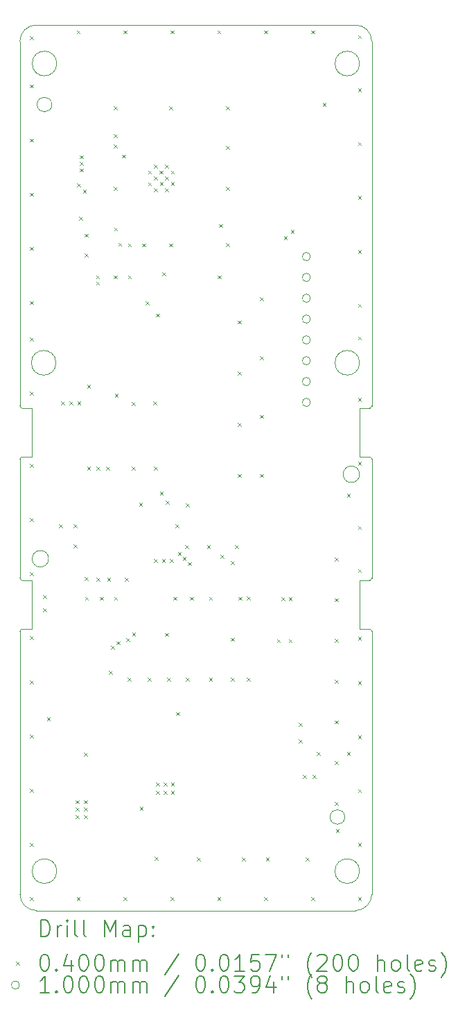
<source format=gbr>
%TF.GenerationSoftware,KiCad,Pcbnew,8.0.1*%
%TF.CreationDate,2024-04-14T23:13:40-04:00*%
%TF.ProjectId,Bird3Controller,42697264-3343-46f6-9e74-726f6c6c6572,rev?*%
%TF.SameCoordinates,Original*%
%TF.FileFunction,Drillmap*%
%TF.FilePolarity,Positive*%
%FSLAX45Y45*%
G04 Gerber Fmt 4.5, Leading zero omitted, Abs format (unit mm)*
G04 Created by KiCad (PCBNEW 8.0.1) date 2024-04-14 23:13:40*
%MOMM*%
%LPD*%
G01*
G04 APERTURE LIST*
%ADD10C,0.100000*%
%ADD11C,0.200000*%
G04 APERTURE END LIST*
D10*
X16050000Y-8845000D02*
X16050000Y-4400000D01*
X16490000Y-8320000D02*
G75*
G02*
X16190000Y-8320000I-150000J0D01*
G01*
X16190000Y-8320000D02*
G75*
G02*
X16490000Y-8320000I150000J0D01*
G01*
X20150000Y-4200000D02*
X16250000Y-4200000D01*
X20020000Y-13860000D02*
G75*
G02*
X19840000Y-13860000I-90000J0D01*
G01*
X19840000Y-13860000D02*
G75*
G02*
X20020000Y-13860000I90000J0D01*
G01*
X16050000Y-4400000D02*
G75*
G02*
X16250000Y-4200000I200000J0D01*
G01*
X16050000Y-14800000D02*
X16050000Y-11595000D01*
X20150000Y-4200000D02*
G75*
G02*
X20350000Y-4400000I0J-200000D01*
G01*
X20350000Y-11595000D02*
X20350000Y-14800000D01*
X20350000Y-4400000D02*
X20350000Y-8845000D01*
X20350000Y-14800000D02*
G75*
G02*
X20150000Y-15000000I-200000J0D01*
G01*
X16500000Y-14520000D02*
G75*
G02*
X16200000Y-14520000I-150000J0D01*
G01*
X16200000Y-14520000D02*
G75*
G02*
X16500000Y-14520000I150000J0D01*
G01*
X20150000Y-15000000D02*
X16250000Y-15000000D01*
X16440000Y-5170000D02*
G75*
G02*
X16260000Y-5170000I-90000J0D01*
G01*
X16260000Y-5170000D02*
G75*
G02*
X16440000Y-5170000I90000J0D01*
G01*
X16050000Y-10945000D02*
X16050000Y-9495000D01*
X16250000Y-15000000D02*
G75*
G02*
X16050000Y-14800000I0J200000D01*
G01*
X20200000Y-4670000D02*
G75*
G02*
X19900000Y-4670000I-150000J0D01*
G01*
X19900000Y-4670000D02*
G75*
G02*
X20200000Y-4670000I150000J0D01*
G01*
X20350000Y-9495000D02*
X20350000Y-10945000D01*
X20200000Y-14520000D02*
G75*
G02*
X19900000Y-14520000I-150000J0D01*
G01*
X19900000Y-14520000D02*
G75*
G02*
X20200000Y-14520000I150000J0D01*
G01*
X20200000Y-8320000D02*
G75*
G02*
X19900000Y-8320000I-150000J0D01*
G01*
X19900000Y-8320000D02*
G75*
G02*
X20200000Y-8320000I150000J0D01*
G01*
X16500000Y-4670000D02*
G75*
G02*
X16200000Y-4670000I-150000J0D01*
G01*
X16200000Y-4670000D02*
G75*
G02*
X16500000Y-4670000I150000J0D01*
G01*
X16075000Y-9470000D02*
X16200000Y-9470000D01*
X16075000Y-11570000D02*
X16200000Y-11570000D01*
X16200000Y-8870000D02*
X16075000Y-8870000D01*
X16200000Y-9470000D02*
X16200000Y-8870000D01*
X16200000Y-10970000D02*
X16075000Y-10970000D01*
X16200000Y-11570000D02*
X16200000Y-10970000D01*
X20200000Y-8870000D02*
X20200000Y-9470000D01*
X20200000Y-9470000D02*
X20325000Y-9470000D01*
X20200000Y-10970000D02*
X20200000Y-11570000D01*
X20200000Y-11570000D02*
X20325000Y-11570000D01*
X20325000Y-8870000D02*
X20200000Y-8870000D01*
X20325000Y-10970000D02*
X20200000Y-10970000D01*
X16050000Y-9495000D02*
G75*
G02*
X16075000Y-9470000I25000J0D01*
G01*
X16050000Y-11595000D02*
G75*
G02*
X16075000Y-11570000I25000J0D01*
G01*
X16075000Y-8870000D02*
G75*
G02*
X16050000Y-8845000I0J25000D01*
G01*
X16075000Y-10970000D02*
G75*
G02*
X16050000Y-10945000I0J25000D01*
G01*
X20325000Y-9470000D02*
G75*
G02*
X20350000Y-9495000I0J-25000D01*
G01*
X20325000Y-11570000D02*
G75*
G02*
X20350000Y-11595000I0J-25000D01*
G01*
X20350000Y-8845000D02*
G75*
G02*
X20325000Y-8870000I-25000J0D01*
G01*
X20350000Y-10945000D02*
G75*
G02*
X20325000Y-10970000I-25000J0D01*
G01*
X16400000Y-10710000D02*
G75*
G02*
X16200000Y-10710000I-100000J0D01*
G01*
X16200000Y-10710000D02*
G75*
G02*
X16400000Y-10710000I100000J0D01*
G01*
X20200000Y-9680000D02*
G75*
G02*
X20000000Y-9680000I-100000J0D01*
G01*
X20000000Y-9680000D02*
G75*
G02*
X20200000Y-9680000I100000J0D01*
G01*
D11*
D10*
X16170000Y-4335000D02*
X16210000Y-4375000D01*
X16210000Y-4335000D02*
X16170000Y-4375000D01*
X16170000Y-4925625D02*
X16210000Y-4965625D01*
X16210000Y-4925625D02*
X16170000Y-4965625D01*
X16170000Y-5586250D02*
X16210000Y-5626250D01*
X16210000Y-5586250D02*
X16170000Y-5626250D01*
X16170000Y-6246875D02*
X16210000Y-6286875D01*
X16210000Y-6246875D02*
X16170000Y-6286875D01*
X16170000Y-6907500D02*
X16210000Y-6947500D01*
X16210000Y-6907500D02*
X16170000Y-6947500D01*
X16170000Y-7568125D02*
X16210000Y-7608125D01*
X16210000Y-7568125D02*
X16170000Y-7608125D01*
X16170000Y-8014375D02*
X16210000Y-8054375D01*
X16210000Y-8014375D02*
X16170000Y-8054375D01*
X16170000Y-8675000D02*
X16210000Y-8715000D01*
X16210000Y-8675000D02*
X16170000Y-8715000D01*
X16170000Y-9550000D02*
X16210000Y-9590000D01*
X16210000Y-9550000D02*
X16170000Y-9590000D01*
X16170000Y-10210625D02*
X16210000Y-10250625D01*
X16210000Y-10210625D02*
X16170000Y-10250625D01*
X16170000Y-10871250D02*
X16210000Y-10911250D01*
X16210000Y-10871250D02*
X16170000Y-10911250D01*
X16170000Y-11655000D02*
X16210000Y-11695000D01*
X16210000Y-11655000D02*
X16170000Y-11695000D01*
X16170000Y-12192500D02*
X16210000Y-12232500D01*
X16210000Y-12192500D02*
X16170000Y-12232500D01*
X16170000Y-12853125D02*
X16210000Y-12893125D01*
X16210000Y-12853125D02*
X16170000Y-12893125D01*
X16170000Y-13513750D02*
X16210000Y-13553750D01*
X16210000Y-13513750D02*
X16170000Y-13553750D01*
X16170000Y-14174375D02*
X16210000Y-14214375D01*
X16210000Y-14174375D02*
X16170000Y-14214375D01*
X16170000Y-14835000D02*
X16210000Y-14875000D01*
X16210000Y-14835000D02*
X16170000Y-14875000D01*
X16335000Y-11150000D02*
X16375000Y-11190000D01*
X16375000Y-11150000D02*
X16335000Y-11190000D01*
X16335000Y-11315000D02*
X16375000Y-11355000D01*
X16375000Y-11315000D02*
X16335000Y-11355000D01*
X16380000Y-12645000D02*
X16420000Y-12685000D01*
X16420000Y-12645000D02*
X16380000Y-12685000D01*
X16530000Y-10290000D02*
X16570000Y-10330000D01*
X16570000Y-10290000D02*
X16530000Y-10330000D01*
X16550000Y-8790000D02*
X16590000Y-8830000D01*
X16590000Y-8790000D02*
X16550000Y-8830000D01*
X16651600Y-8790000D02*
X16691600Y-8830000D01*
X16691600Y-8790000D02*
X16651600Y-8830000D01*
X16705000Y-10290000D02*
X16745000Y-10330000D01*
X16745000Y-10290000D02*
X16705000Y-10330000D01*
X16705000Y-10535000D02*
X16745000Y-10575000D01*
X16745000Y-10535000D02*
X16705000Y-10575000D01*
X16730000Y-13655000D02*
X16770000Y-13695000D01*
X16770000Y-13655000D02*
X16730000Y-13695000D01*
X16730000Y-13745000D02*
X16770000Y-13785000D01*
X16770000Y-13745000D02*
X16730000Y-13785000D01*
X16730000Y-13835000D02*
X16770000Y-13875000D01*
X16770000Y-13835000D02*
X16730000Y-13875000D01*
X16742857Y-4265000D02*
X16782857Y-4305000D01*
X16782857Y-4265000D02*
X16742857Y-4305000D01*
X16742857Y-14835000D02*
X16782857Y-14875000D01*
X16782857Y-14835000D02*
X16742857Y-14875000D01*
X16748266Y-6134497D02*
X16788266Y-6174497D01*
X16788266Y-6134497D02*
X16748266Y-6174497D01*
X16752865Y-8788735D02*
X16792865Y-8828735D01*
X16792865Y-8788735D02*
X16752865Y-8828735D01*
X16772500Y-6540000D02*
X16812500Y-6580000D01*
X16812500Y-6540000D02*
X16772500Y-6580000D01*
X16780000Y-5790000D02*
X16820000Y-5830000D01*
X16820000Y-5790000D02*
X16780000Y-5830000D01*
X16780000Y-5870000D02*
X16820000Y-5910000D01*
X16820000Y-5870000D02*
X16780000Y-5910000D01*
X16780000Y-5950000D02*
X16820000Y-5990000D01*
X16820000Y-5950000D02*
X16780000Y-5990000D01*
X16820700Y-6210000D02*
X16860700Y-6250000D01*
X16860700Y-6210000D02*
X16820700Y-6250000D01*
X16830000Y-13655000D02*
X16870000Y-13695000D01*
X16870000Y-13655000D02*
X16830000Y-13695000D01*
X16830000Y-13745000D02*
X16870000Y-13785000D01*
X16870000Y-13745000D02*
X16830000Y-13785000D01*
X16830000Y-13835000D02*
X16870000Y-13875000D01*
X16870000Y-13835000D02*
X16830000Y-13875000D01*
X16835000Y-13075000D02*
X16875000Y-13115000D01*
X16875000Y-13075000D02*
X16835000Y-13115000D01*
X16840000Y-6745000D02*
X16880000Y-6785000D01*
X16880000Y-6745000D02*
X16840000Y-6785000D01*
X16840000Y-6985000D02*
X16880000Y-7025000D01*
X16880000Y-6985000D02*
X16840000Y-7025000D01*
X16840000Y-10935000D02*
X16880000Y-10975000D01*
X16880000Y-10935000D02*
X16840000Y-10975000D01*
X16845000Y-11175000D02*
X16885000Y-11215000D01*
X16885000Y-11175000D02*
X16845000Y-11215000D01*
X16870000Y-8590000D02*
X16910000Y-8630000D01*
X16910000Y-8590000D02*
X16870000Y-8630000D01*
X16870000Y-9585000D02*
X16910000Y-9625000D01*
X16910000Y-9585000D02*
X16870000Y-9625000D01*
X16980000Y-7255000D02*
X17020000Y-7295000D01*
X17020000Y-7255000D02*
X16980000Y-7295000D01*
X16980000Y-7330000D02*
X17020000Y-7370000D01*
X17020000Y-7330000D02*
X16980000Y-7370000D01*
X16985000Y-9585000D02*
X17025000Y-9625000D01*
X17025000Y-9585000D02*
X16985000Y-9625000D01*
X16985000Y-10940000D02*
X17025000Y-10980000D01*
X17025000Y-10940000D02*
X16985000Y-10980000D01*
X17025000Y-11175000D02*
X17065000Y-11215000D01*
X17065000Y-11175000D02*
X17025000Y-11215000D01*
X17105000Y-9585000D02*
X17145000Y-9625000D01*
X17145000Y-9585000D02*
X17105000Y-9625000D01*
X17115000Y-10940000D02*
X17155000Y-10980000D01*
X17155000Y-10940000D02*
X17115000Y-10980000D01*
X17135000Y-12075000D02*
X17175000Y-12115000D01*
X17175000Y-12075000D02*
X17135000Y-12115000D01*
X17165000Y-11770000D02*
X17205000Y-11810000D01*
X17205000Y-11770000D02*
X17165000Y-11810000D01*
X17195000Y-5195000D02*
X17235000Y-5235000D01*
X17235000Y-5195000D02*
X17195000Y-5235000D01*
X17195000Y-5530000D02*
X17235000Y-5570000D01*
X17235000Y-5530000D02*
X17195000Y-5570000D01*
X17195000Y-5655000D02*
X17235000Y-5695000D01*
X17235000Y-5655000D02*
X17195000Y-5695000D01*
X17195000Y-6175000D02*
X17235000Y-6215000D01*
X17235000Y-6175000D02*
X17195000Y-6215000D01*
X17195000Y-7255000D02*
X17235000Y-7295000D01*
X17235000Y-7255000D02*
X17195000Y-7295000D01*
X17200000Y-6670000D02*
X17240000Y-6710000D01*
X17240000Y-6670000D02*
X17200000Y-6710000D01*
X17200000Y-11175000D02*
X17240000Y-11215000D01*
X17240000Y-11175000D02*
X17200000Y-11215000D01*
X17210000Y-8696750D02*
X17250000Y-8736750D01*
X17250000Y-8696750D02*
X17210000Y-8736750D01*
X17230000Y-11715000D02*
X17270000Y-11755000D01*
X17270000Y-11715000D02*
X17230000Y-11755000D01*
X17251250Y-6855000D02*
X17291250Y-6895000D01*
X17291250Y-6855000D02*
X17251250Y-6895000D01*
X17295000Y-5780000D02*
X17335000Y-5820000D01*
X17335000Y-5780000D02*
X17295000Y-5820000D01*
X17315714Y-4265000D02*
X17355714Y-4305000D01*
X17355714Y-4265000D02*
X17315714Y-4305000D01*
X17315714Y-14835000D02*
X17355714Y-14875000D01*
X17355714Y-14835000D02*
X17315714Y-14875000D01*
X17330000Y-10940000D02*
X17370000Y-10980000D01*
X17370000Y-10940000D02*
X17330000Y-10980000D01*
X17350000Y-11680000D02*
X17390000Y-11720000D01*
X17390000Y-11680000D02*
X17350000Y-11720000D01*
X17365000Y-12160000D02*
X17405000Y-12200000D01*
X17405000Y-12160000D02*
X17365000Y-12200000D01*
X17370000Y-6865000D02*
X17410000Y-6905000D01*
X17410000Y-6865000D02*
X17370000Y-6905000D01*
X17370000Y-7255000D02*
X17410000Y-7295000D01*
X17410000Y-7255000D02*
X17370000Y-7295000D01*
X17415000Y-9585000D02*
X17455000Y-9625000D01*
X17455000Y-9585000D02*
X17415000Y-9625000D01*
X17418000Y-8797900D02*
X17458000Y-8837900D01*
X17458000Y-8797900D02*
X17418000Y-8837900D01*
X17420000Y-11610000D02*
X17460000Y-11650000D01*
X17460000Y-11610000D02*
X17420000Y-11650000D01*
X17505000Y-10025000D02*
X17545000Y-10065000D01*
X17545000Y-10025000D02*
X17505000Y-10065000D01*
X17515000Y-13735000D02*
X17555000Y-13775000D01*
X17555000Y-13735000D02*
X17515000Y-13775000D01*
X17545000Y-6865000D02*
X17585000Y-6905000D01*
X17585000Y-6865000D02*
X17545000Y-6905000D01*
X17587500Y-7572500D02*
X17627500Y-7612500D01*
X17627500Y-7572500D02*
X17587500Y-7612500D01*
X17610000Y-12160000D02*
X17650000Y-12200000D01*
X17650000Y-12160000D02*
X17610000Y-12200000D01*
X17615000Y-5975000D02*
X17655000Y-6015000D01*
X17655000Y-5975000D02*
X17615000Y-6015000D01*
X17615000Y-6120000D02*
X17655000Y-6160000D01*
X17655000Y-6120000D02*
X17615000Y-6160000D01*
X17680000Y-8793450D02*
X17720000Y-8833450D01*
X17720000Y-8793450D02*
X17680000Y-8833450D01*
X17685000Y-5905000D02*
X17725000Y-5945000D01*
X17725000Y-5905000D02*
X17685000Y-5945000D01*
X17685000Y-6045000D02*
X17725000Y-6085000D01*
X17725000Y-6045000D02*
X17685000Y-6085000D01*
X17685000Y-6190000D02*
X17725000Y-6230000D01*
X17725000Y-6190000D02*
X17685000Y-6230000D01*
X17685000Y-9585000D02*
X17725000Y-9625000D01*
X17725000Y-9585000D02*
X17685000Y-9625000D01*
X17690000Y-10715000D02*
X17730000Y-10755000D01*
X17730000Y-10715000D02*
X17690000Y-10755000D01*
X17695000Y-14345000D02*
X17735000Y-14385000D01*
X17735000Y-14345000D02*
X17695000Y-14385000D01*
X17715000Y-13440000D02*
X17755000Y-13480000D01*
X17755000Y-13440000D02*
X17715000Y-13480000D01*
X17715000Y-13540000D02*
X17755000Y-13580000D01*
X17755000Y-13540000D02*
X17715000Y-13580000D01*
X17715585Y-7719415D02*
X17755585Y-7759415D01*
X17755585Y-7719415D02*
X17715585Y-7759415D01*
X17755000Y-5975000D02*
X17795000Y-6015000D01*
X17795000Y-5975000D02*
X17755000Y-6015000D01*
X17759400Y-9890000D02*
X17799400Y-9930000D01*
X17799400Y-9890000D02*
X17759400Y-9930000D01*
X17760000Y-6115000D02*
X17800000Y-6155000D01*
X17800000Y-6115000D02*
X17760000Y-6155000D01*
X17785000Y-10715000D02*
X17825000Y-10755000D01*
X17825000Y-10715000D02*
X17785000Y-10755000D01*
X17787000Y-7215000D02*
X17827000Y-7255000D01*
X17827000Y-7215000D02*
X17787000Y-7255000D01*
X17805000Y-13440000D02*
X17845000Y-13480000D01*
X17845000Y-13440000D02*
X17805000Y-13480000D01*
X17805000Y-13540000D02*
X17845000Y-13580000D01*
X17845000Y-13540000D02*
X17805000Y-13580000D01*
X17825000Y-5905000D02*
X17865000Y-5945000D01*
X17865000Y-5905000D02*
X17825000Y-5945000D01*
X17825000Y-6045000D02*
X17865000Y-6085000D01*
X17865000Y-6045000D02*
X17825000Y-6085000D01*
X17825000Y-6190000D02*
X17865000Y-6230000D01*
X17865000Y-6190000D02*
X17825000Y-6230000D01*
X17825000Y-11615000D02*
X17865000Y-11655000D01*
X17865000Y-11615000D02*
X17825000Y-11655000D01*
X17831900Y-10000300D02*
X17871900Y-10040300D01*
X17871900Y-10000300D02*
X17831900Y-10040300D01*
X17850000Y-12160000D02*
X17890000Y-12200000D01*
X17890000Y-12160000D02*
X17850000Y-12200000D01*
X17875000Y-5195000D02*
X17915000Y-5235000D01*
X17915000Y-5195000D02*
X17875000Y-5235000D01*
X17875000Y-6865000D02*
X17915000Y-6905000D01*
X17915000Y-6865000D02*
X17875000Y-6905000D01*
X17880000Y-10715000D02*
X17920000Y-10755000D01*
X17920000Y-10715000D02*
X17880000Y-10755000D01*
X17888571Y-4265000D02*
X17928571Y-4305000D01*
X17928571Y-4265000D02*
X17888571Y-4305000D01*
X17888571Y-14835000D02*
X17928571Y-14875000D01*
X17928571Y-14835000D02*
X17888571Y-14875000D01*
X17895000Y-5975000D02*
X17935000Y-6015000D01*
X17935000Y-5975000D02*
X17895000Y-6015000D01*
X17895000Y-6115000D02*
X17935000Y-6155000D01*
X17935000Y-6115000D02*
X17895000Y-6155000D01*
X17895000Y-13440000D02*
X17935000Y-13480000D01*
X17935000Y-13440000D02*
X17895000Y-13480000D01*
X17895000Y-13540000D02*
X17935000Y-13580000D01*
X17935000Y-13540000D02*
X17895000Y-13580000D01*
X17925000Y-11175000D02*
X17965000Y-11215000D01*
X17965000Y-11175000D02*
X17925000Y-11215000D01*
X17950000Y-10290000D02*
X17990000Y-10330000D01*
X17990000Y-10290000D02*
X17950000Y-10330000D01*
X17960000Y-12580000D02*
X18000000Y-12620000D01*
X18000000Y-12580000D02*
X17960000Y-12620000D01*
X17980000Y-10630000D02*
X18020000Y-10670000D01*
X18020000Y-10630000D02*
X17980000Y-10670000D01*
X18040000Y-10690000D02*
X18080000Y-10730000D01*
X18080000Y-10690000D02*
X18040000Y-10730000D01*
X18070000Y-10545000D02*
X18110000Y-10585000D01*
X18110000Y-10545000D02*
X18070000Y-10585000D01*
X18075000Y-12160000D02*
X18115000Y-12200000D01*
X18115000Y-12160000D02*
X18075000Y-12200000D01*
X18080000Y-10035000D02*
X18120000Y-10075000D01*
X18120000Y-10035000D02*
X18080000Y-10075000D01*
X18100000Y-10750000D02*
X18140000Y-10790000D01*
X18140000Y-10750000D02*
X18100000Y-10790000D01*
X18125000Y-11175000D02*
X18165000Y-11215000D01*
X18165000Y-11175000D02*
X18125000Y-11215000D01*
X18210000Y-14355000D02*
X18250000Y-14395000D01*
X18250000Y-14355000D02*
X18210000Y-14395000D01*
X18335000Y-10545000D02*
X18375000Y-10585000D01*
X18375000Y-10545000D02*
X18335000Y-10585000D01*
X18360000Y-11175000D02*
X18400000Y-11215000D01*
X18400000Y-11175000D02*
X18360000Y-11215000D01*
X18360000Y-12160000D02*
X18400000Y-12200000D01*
X18400000Y-12160000D02*
X18360000Y-12200000D01*
X18461428Y-4265000D02*
X18501428Y-4305000D01*
X18501428Y-4265000D02*
X18461428Y-4305000D01*
X18461428Y-14835000D02*
X18501428Y-14875000D01*
X18501428Y-14835000D02*
X18461428Y-14875000D01*
X18465000Y-7255000D02*
X18505000Y-7295000D01*
X18505000Y-7255000D02*
X18465000Y-7295000D01*
X18485000Y-6627500D02*
X18525000Y-6667500D01*
X18525000Y-6627500D02*
X18485000Y-6667500D01*
X18500000Y-10660000D02*
X18540000Y-10700000D01*
X18540000Y-10660000D02*
X18500000Y-10700000D01*
X18570000Y-5195000D02*
X18610000Y-5235000D01*
X18610000Y-5195000D02*
X18570000Y-5235000D01*
X18570000Y-5675000D02*
X18610000Y-5715000D01*
X18610000Y-5675000D02*
X18570000Y-5715000D01*
X18570000Y-6175000D02*
X18610000Y-6215000D01*
X18610000Y-6175000D02*
X18570000Y-6215000D01*
X18570000Y-6860000D02*
X18610000Y-6900000D01*
X18610000Y-6860000D02*
X18570000Y-6900000D01*
X18625000Y-12160000D02*
X18665000Y-12200000D01*
X18665000Y-12160000D02*
X18625000Y-12200000D01*
X18630000Y-10740000D02*
X18670000Y-10780000D01*
X18670000Y-10740000D02*
X18630000Y-10780000D01*
X18630000Y-11672700D02*
X18670000Y-11712700D01*
X18670000Y-11672700D02*
X18630000Y-11712700D01*
X18680000Y-10545000D02*
X18720000Y-10585000D01*
X18720000Y-10545000D02*
X18680000Y-10585000D01*
X18710000Y-7805000D02*
X18750000Y-7845000D01*
X18750000Y-7805000D02*
X18710000Y-7845000D01*
X18710000Y-8428333D02*
X18750000Y-8468333D01*
X18750000Y-8428333D02*
X18710000Y-8468333D01*
X18710000Y-9051667D02*
X18750000Y-9091667D01*
X18750000Y-9051667D02*
X18710000Y-9091667D01*
X18710000Y-9675000D02*
X18750000Y-9715000D01*
X18750000Y-9675000D02*
X18710000Y-9715000D01*
X18720000Y-11175000D02*
X18760000Y-11215000D01*
X18760000Y-11175000D02*
X18720000Y-11215000D01*
X18760000Y-14355000D02*
X18800000Y-14395000D01*
X18800000Y-14355000D02*
X18760000Y-14395000D01*
X18825000Y-11170000D02*
X18865000Y-11210000D01*
X18865000Y-11170000D02*
X18825000Y-11210000D01*
X18825000Y-12160000D02*
X18865000Y-12200000D01*
X18865000Y-12160000D02*
X18825000Y-12200000D01*
X18985000Y-7520000D02*
X19025000Y-7560000D01*
X19025000Y-7520000D02*
X18985000Y-7560000D01*
X18985000Y-8238333D02*
X19025000Y-8278333D01*
X19025000Y-8238333D02*
X18985000Y-8278333D01*
X18985000Y-8956667D02*
X19025000Y-8996667D01*
X19025000Y-8956667D02*
X18985000Y-8996667D01*
X18985000Y-9675000D02*
X19025000Y-9715000D01*
X19025000Y-9675000D02*
X18985000Y-9715000D01*
X19034286Y-4265000D02*
X19074286Y-4305000D01*
X19074286Y-4265000D02*
X19034286Y-4305000D01*
X19034286Y-14835000D02*
X19074286Y-14875000D01*
X19074286Y-14835000D02*
X19034286Y-14875000D01*
X19055000Y-14355000D02*
X19095000Y-14395000D01*
X19095000Y-14355000D02*
X19055000Y-14395000D01*
X19190000Y-11690000D02*
X19230000Y-11730000D01*
X19230000Y-11690000D02*
X19190000Y-11730000D01*
X19245000Y-11180000D02*
X19285000Y-11220000D01*
X19285000Y-11180000D02*
X19245000Y-11220000D01*
X19275800Y-6775000D02*
X19315800Y-6815000D01*
X19315800Y-6775000D02*
X19275800Y-6815000D01*
X19335000Y-11180000D02*
X19375000Y-11220000D01*
X19375000Y-11180000D02*
X19335000Y-11220000D01*
X19335000Y-11690000D02*
X19375000Y-11730000D01*
X19375000Y-11690000D02*
X19335000Y-11730000D01*
X19360000Y-6700000D02*
X19400000Y-6740000D01*
X19400000Y-6700000D02*
X19360000Y-6740000D01*
X19455000Y-12710000D02*
X19495000Y-12750000D01*
X19495000Y-12710000D02*
X19455000Y-12750000D01*
X19455000Y-12915000D02*
X19495000Y-12955000D01*
X19495000Y-12915000D02*
X19455000Y-12955000D01*
X19505000Y-13345000D02*
X19545000Y-13385000D01*
X19545000Y-13345000D02*
X19505000Y-13385000D01*
X19540000Y-14355000D02*
X19580000Y-14395000D01*
X19580000Y-14355000D02*
X19540000Y-14395000D01*
X19607143Y-4265000D02*
X19647143Y-4305000D01*
X19647143Y-4265000D02*
X19607143Y-4305000D01*
X19607143Y-14835000D02*
X19647143Y-14875000D01*
X19647143Y-14835000D02*
X19607143Y-14875000D01*
X19625000Y-13345000D02*
X19665000Y-13385000D01*
X19665000Y-13345000D02*
X19625000Y-13385000D01*
X19680000Y-13065000D02*
X19720000Y-13105000D01*
X19720000Y-13065000D02*
X19680000Y-13105000D01*
X19750000Y-5150000D02*
X19790000Y-5190000D01*
X19790000Y-5150000D02*
X19750000Y-5190000D01*
X19900000Y-10695000D02*
X19940000Y-10735000D01*
X19940000Y-10695000D02*
X19900000Y-10735000D01*
X19900000Y-11191667D02*
X19940000Y-11231667D01*
X19940000Y-11191667D02*
X19900000Y-11231667D01*
X19900000Y-11688333D02*
X19940000Y-11728333D01*
X19940000Y-11688333D02*
X19900000Y-11728333D01*
X19900000Y-12185000D02*
X19940000Y-12225000D01*
X19940000Y-12185000D02*
X19900000Y-12225000D01*
X19900000Y-12681666D02*
X19940000Y-12721666D01*
X19940000Y-12681666D02*
X19900000Y-12721666D01*
X19900000Y-13178333D02*
X19940000Y-13218333D01*
X19940000Y-13178333D02*
X19900000Y-13218333D01*
X19900000Y-13675000D02*
X19940000Y-13715000D01*
X19940000Y-13675000D02*
X19900000Y-13715000D01*
X19910000Y-14005000D02*
X19950000Y-14045000D01*
X19950000Y-14005000D02*
X19910000Y-14045000D01*
X20045000Y-9915000D02*
X20085000Y-9955000D01*
X20085000Y-9915000D02*
X20045000Y-9955000D01*
X20045000Y-13065000D02*
X20085000Y-13105000D01*
X20085000Y-13065000D02*
X20045000Y-13105000D01*
X20180000Y-4325000D02*
X20220000Y-4365000D01*
X20220000Y-4325000D02*
X20180000Y-4365000D01*
X20180000Y-4970000D02*
X20220000Y-5010000D01*
X20220000Y-4970000D02*
X20180000Y-5010000D01*
X20180000Y-5627667D02*
X20220000Y-5667667D01*
X20220000Y-5627667D02*
X20180000Y-5667667D01*
X20180000Y-6285333D02*
X20220000Y-6325333D01*
X20220000Y-6285333D02*
X20180000Y-6325333D01*
X20180000Y-6943000D02*
X20220000Y-6983000D01*
X20220000Y-6943000D02*
X20180000Y-6983000D01*
X20180000Y-7600666D02*
X20220000Y-7640666D01*
X20220000Y-7600666D02*
X20180000Y-7640666D01*
X20180000Y-8000000D02*
X20220000Y-8040000D01*
X20220000Y-8000000D02*
X20180000Y-8040000D01*
X20180000Y-8750000D02*
X20220000Y-8790000D01*
X20220000Y-8750000D02*
X20180000Y-8790000D01*
X20180000Y-9525000D02*
X20220000Y-9565000D01*
X20220000Y-9525000D02*
X20180000Y-9565000D01*
X20180000Y-10310000D02*
X20220000Y-10350000D01*
X20220000Y-10310000D02*
X20180000Y-10350000D01*
X20180000Y-10835000D02*
X20220000Y-10875000D01*
X20220000Y-10835000D02*
X20180000Y-10875000D01*
X20180000Y-11660000D02*
X20220000Y-11700000D01*
X20220000Y-11660000D02*
X20180000Y-11700000D01*
X20180000Y-12204333D02*
X20220000Y-12244333D01*
X20220000Y-12204333D02*
X20180000Y-12244333D01*
X20180000Y-12861999D02*
X20220000Y-12901999D01*
X20220000Y-12861999D02*
X20180000Y-12901999D01*
X20180000Y-13519666D02*
X20220000Y-13559666D01*
X20220000Y-13519666D02*
X20180000Y-13559666D01*
X20180000Y-14177332D02*
X20220000Y-14217332D01*
X20220000Y-14177332D02*
X20180000Y-14217332D01*
X20180000Y-14835000D02*
X20220000Y-14875000D01*
X20220000Y-14835000D02*
X20180000Y-14875000D01*
X19600000Y-7025000D02*
G75*
G02*
X19500000Y-7025000I-50000J0D01*
G01*
X19500000Y-7025000D02*
G75*
G02*
X19600000Y-7025000I50000J0D01*
G01*
X19600000Y-7279000D02*
G75*
G02*
X19500000Y-7279000I-50000J0D01*
G01*
X19500000Y-7279000D02*
G75*
G02*
X19600000Y-7279000I50000J0D01*
G01*
X19600000Y-7533000D02*
G75*
G02*
X19500000Y-7533000I-50000J0D01*
G01*
X19500000Y-7533000D02*
G75*
G02*
X19600000Y-7533000I50000J0D01*
G01*
X19600000Y-7787000D02*
G75*
G02*
X19500000Y-7787000I-50000J0D01*
G01*
X19500000Y-7787000D02*
G75*
G02*
X19600000Y-7787000I50000J0D01*
G01*
X19600000Y-8041000D02*
G75*
G02*
X19500000Y-8041000I-50000J0D01*
G01*
X19500000Y-8041000D02*
G75*
G02*
X19600000Y-8041000I50000J0D01*
G01*
X19600000Y-8295000D02*
G75*
G02*
X19500000Y-8295000I-50000J0D01*
G01*
X19500000Y-8295000D02*
G75*
G02*
X19600000Y-8295000I50000J0D01*
G01*
X19600000Y-8549000D02*
G75*
G02*
X19500000Y-8549000I-50000J0D01*
G01*
X19500000Y-8549000D02*
G75*
G02*
X19600000Y-8549000I50000J0D01*
G01*
X19600000Y-8803000D02*
G75*
G02*
X19500000Y-8803000I-50000J0D01*
G01*
X19500000Y-8803000D02*
G75*
G02*
X19600000Y-8803000I50000J0D01*
G01*
D11*
X16305777Y-15316484D02*
X16305777Y-15116484D01*
X16305777Y-15116484D02*
X16353396Y-15116484D01*
X16353396Y-15116484D02*
X16381967Y-15126008D01*
X16381967Y-15126008D02*
X16401015Y-15145055D01*
X16401015Y-15145055D02*
X16410539Y-15164103D01*
X16410539Y-15164103D02*
X16420062Y-15202198D01*
X16420062Y-15202198D02*
X16420062Y-15230769D01*
X16420062Y-15230769D02*
X16410539Y-15268865D01*
X16410539Y-15268865D02*
X16401015Y-15287912D01*
X16401015Y-15287912D02*
X16381967Y-15306960D01*
X16381967Y-15306960D02*
X16353396Y-15316484D01*
X16353396Y-15316484D02*
X16305777Y-15316484D01*
X16505777Y-15316484D02*
X16505777Y-15183150D01*
X16505777Y-15221246D02*
X16515301Y-15202198D01*
X16515301Y-15202198D02*
X16524824Y-15192674D01*
X16524824Y-15192674D02*
X16543872Y-15183150D01*
X16543872Y-15183150D02*
X16562920Y-15183150D01*
X16629586Y-15316484D02*
X16629586Y-15183150D01*
X16629586Y-15116484D02*
X16620062Y-15126008D01*
X16620062Y-15126008D02*
X16629586Y-15135531D01*
X16629586Y-15135531D02*
X16639110Y-15126008D01*
X16639110Y-15126008D02*
X16629586Y-15116484D01*
X16629586Y-15116484D02*
X16629586Y-15135531D01*
X16753396Y-15316484D02*
X16734348Y-15306960D01*
X16734348Y-15306960D02*
X16724824Y-15287912D01*
X16724824Y-15287912D02*
X16724824Y-15116484D01*
X16858158Y-15316484D02*
X16839110Y-15306960D01*
X16839110Y-15306960D02*
X16829586Y-15287912D01*
X16829586Y-15287912D02*
X16829586Y-15116484D01*
X17086729Y-15316484D02*
X17086729Y-15116484D01*
X17086729Y-15116484D02*
X17153396Y-15259341D01*
X17153396Y-15259341D02*
X17220063Y-15116484D01*
X17220063Y-15116484D02*
X17220063Y-15316484D01*
X17401015Y-15316484D02*
X17401015Y-15211722D01*
X17401015Y-15211722D02*
X17391491Y-15192674D01*
X17391491Y-15192674D02*
X17372444Y-15183150D01*
X17372444Y-15183150D02*
X17334348Y-15183150D01*
X17334348Y-15183150D02*
X17315301Y-15192674D01*
X17401015Y-15306960D02*
X17381967Y-15316484D01*
X17381967Y-15316484D02*
X17334348Y-15316484D01*
X17334348Y-15316484D02*
X17315301Y-15306960D01*
X17315301Y-15306960D02*
X17305777Y-15287912D01*
X17305777Y-15287912D02*
X17305777Y-15268865D01*
X17305777Y-15268865D02*
X17315301Y-15249817D01*
X17315301Y-15249817D02*
X17334348Y-15240293D01*
X17334348Y-15240293D02*
X17381967Y-15240293D01*
X17381967Y-15240293D02*
X17401015Y-15230769D01*
X17496253Y-15183150D02*
X17496253Y-15383150D01*
X17496253Y-15192674D02*
X17515301Y-15183150D01*
X17515301Y-15183150D02*
X17553396Y-15183150D01*
X17553396Y-15183150D02*
X17572444Y-15192674D01*
X17572444Y-15192674D02*
X17581967Y-15202198D01*
X17581967Y-15202198D02*
X17591491Y-15221246D01*
X17591491Y-15221246D02*
X17591491Y-15278388D01*
X17591491Y-15278388D02*
X17581967Y-15297436D01*
X17581967Y-15297436D02*
X17572444Y-15306960D01*
X17572444Y-15306960D02*
X17553396Y-15316484D01*
X17553396Y-15316484D02*
X17515301Y-15316484D01*
X17515301Y-15316484D02*
X17496253Y-15306960D01*
X17677205Y-15297436D02*
X17686729Y-15306960D01*
X17686729Y-15306960D02*
X17677205Y-15316484D01*
X17677205Y-15316484D02*
X17667682Y-15306960D01*
X17667682Y-15306960D02*
X17677205Y-15297436D01*
X17677205Y-15297436D02*
X17677205Y-15316484D01*
X17677205Y-15192674D02*
X17686729Y-15202198D01*
X17686729Y-15202198D02*
X17677205Y-15211722D01*
X17677205Y-15211722D02*
X17667682Y-15202198D01*
X17667682Y-15202198D02*
X17677205Y-15192674D01*
X17677205Y-15192674D02*
X17677205Y-15211722D01*
D10*
X16005000Y-15625000D02*
X16045000Y-15665000D01*
X16045000Y-15625000D02*
X16005000Y-15665000D01*
D11*
X16343872Y-15536484D02*
X16362920Y-15536484D01*
X16362920Y-15536484D02*
X16381967Y-15546008D01*
X16381967Y-15546008D02*
X16391491Y-15555531D01*
X16391491Y-15555531D02*
X16401015Y-15574579D01*
X16401015Y-15574579D02*
X16410539Y-15612674D01*
X16410539Y-15612674D02*
X16410539Y-15660293D01*
X16410539Y-15660293D02*
X16401015Y-15698388D01*
X16401015Y-15698388D02*
X16391491Y-15717436D01*
X16391491Y-15717436D02*
X16381967Y-15726960D01*
X16381967Y-15726960D02*
X16362920Y-15736484D01*
X16362920Y-15736484D02*
X16343872Y-15736484D01*
X16343872Y-15736484D02*
X16324824Y-15726960D01*
X16324824Y-15726960D02*
X16315301Y-15717436D01*
X16315301Y-15717436D02*
X16305777Y-15698388D01*
X16305777Y-15698388D02*
X16296253Y-15660293D01*
X16296253Y-15660293D02*
X16296253Y-15612674D01*
X16296253Y-15612674D02*
X16305777Y-15574579D01*
X16305777Y-15574579D02*
X16315301Y-15555531D01*
X16315301Y-15555531D02*
X16324824Y-15546008D01*
X16324824Y-15546008D02*
X16343872Y-15536484D01*
X16496253Y-15717436D02*
X16505777Y-15726960D01*
X16505777Y-15726960D02*
X16496253Y-15736484D01*
X16496253Y-15736484D02*
X16486729Y-15726960D01*
X16486729Y-15726960D02*
X16496253Y-15717436D01*
X16496253Y-15717436D02*
X16496253Y-15736484D01*
X16677205Y-15603150D02*
X16677205Y-15736484D01*
X16629586Y-15526960D02*
X16581967Y-15669817D01*
X16581967Y-15669817D02*
X16705777Y-15669817D01*
X16820063Y-15536484D02*
X16839110Y-15536484D01*
X16839110Y-15536484D02*
X16858158Y-15546008D01*
X16858158Y-15546008D02*
X16867682Y-15555531D01*
X16867682Y-15555531D02*
X16877205Y-15574579D01*
X16877205Y-15574579D02*
X16886729Y-15612674D01*
X16886729Y-15612674D02*
X16886729Y-15660293D01*
X16886729Y-15660293D02*
X16877205Y-15698388D01*
X16877205Y-15698388D02*
X16867682Y-15717436D01*
X16867682Y-15717436D02*
X16858158Y-15726960D01*
X16858158Y-15726960D02*
X16839110Y-15736484D01*
X16839110Y-15736484D02*
X16820063Y-15736484D01*
X16820063Y-15736484D02*
X16801015Y-15726960D01*
X16801015Y-15726960D02*
X16791491Y-15717436D01*
X16791491Y-15717436D02*
X16781967Y-15698388D01*
X16781967Y-15698388D02*
X16772443Y-15660293D01*
X16772443Y-15660293D02*
X16772443Y-15612674D01*
X16772443Y-15612674D02*
X16781967Y-15574579D01*
X16781967Y-15574579D02*
X16791491Y-15555531D01*
X16791491Y-15555531D02*
X16801015Y-15546008D01*
X16801015Y-15546008D02*
X16820063Y-15536484D01*
X17010539Y-15536484D02*
X17029586Y-15536484D01*
X17029586Y-15536484D02*
X17048634Y-15546008D01*
X17048634Y-15546008D02*
X17058158Y-15555531D01*
X17058158Y-15555531D02*
X17067682Y-15574579D01*
X17067682Y-15574579D02*
X17077205Y-15612674D01*
X17077205Y-15612674D02*
X17077205Y-15660293D01*
X17077205Y-15660293D02*
X17067682Y-15698388D01*
X17067682Y-15698388D02*
X17058158Y-15717436D01*
X17058158Y-15717436D02*
X17048634Y-15726960D01*
X17048634Y-15726960D02*
X17029586Y-15736484D01*
X17029586Y-15736484D02*
X17010539Y-15736484D01*
X17010539Y-15736484D02*
X16991491Y-15726960D01*
X16991491Y-15726960D02*
X16981967Y-15717436D01*
X16981967Y-15717436D02*
X16972444Y-15698388D01*
X16972444Y-15698388D02*
X16962920Y-15660293D01*
X16962920Y-15660293D02*
X16962920Y-15612674D01*
X16962920Y-15612674D02*
X16972444Y-15574579D01*
X16972444Y-15574579D02*
X16981967Y-15555531D01*
X16981967Y-15555531D02*
X16991491Y-15546008D01*
X16991491Y-15546008D02*
X17010539Y-15536484D01*
X17162920Y-15736484D02*
X17162920Y-15603150D01*
X17162920Y-15622198D02*
X17172444Y-15612674D01*
X17172444Y-15612674D02*
X17191491Y-15603150D01*
X17191491Y-15603150D02*
X17220063Y-15603150D01*
X17220063Y-15603150D02*
X17239110Y-15612674D01*
X17239110Y-15612674D02*
X17248634Y-15631722D01*
X17248634Y-15631722D02*
X17248634Y-15736484D01*
X17248634Y-15631722D02*
X17258158Y-15612674D01*
X17258158Y-15612674D02*
X17277205Y-15603150D01*
X17277205Y-15603150D02*
X17305777Y-15603150D01*
X17305777Y-15603150D02*
X17324825Y-15612674D01*
X17324825Y-15612674D02*
X17334348Y-15631722D01*
X17334348Y-15631722D02*
X17334348Y-15736484D01*
X17429586Y-15736484D02*
X17429586Y-15603150D01*
X17429586Y-15622198D02*
X17439110Y-15612674D01*
X17439110Y-15612674D02*
X17458158Y-15603150D01*
X17458158Y-15603150D02*
X17486729Y-15603150D01*
X17486729Y-15603150D02*
X17505777Y-15612674D01*
X17505777Y-15612674D02*
X17515301Y-15631722D01*
X17515301Y-15631722D02*
X17515301Y-15736484D01*
X17515301Y-15631722D02*
X17524825Y-15612674D01*
X17524825Y-15612674D02*
X17543872Y-15603150D01*
X17543872Y-15603150D02*
X17572444Y-15603150D01*
X17572444Y-15603150D02*
X17591491Y-15612674D01*
X17591491Y-15612674D02*
X17601015Y-15631722D01*
X17601015Y-15631722D02*
X17601015Y-15736484D01*
X17991491Y-15526960D02*
X17820063Y-15784103D01*
X18248634Y-15536484D02*
X18267682Y-15536484D01*
X18267682Y-15536484D02*
X18286729Y-15546008D01*
X18286729Y-15546008D02*
X18296253Y-15555531D01*
X18296253Y-15555531D02*
X18305777Y-15574579D01*
X18305777Y-15574579D02*
X18315301Y-15612674D01*
X18315301Y-15612674D02*
X18315301Y-15660293D01*
X18315301Y-15660293D02*
X18305777Y-15698388D01*
X18305777Y-15698388D02*
X18296253Y-15717436D01*
X18296253Y-15717436D02*
X18286729Y-15726960D01*
X18286729Y-15726960D02*
X18267682Y-15736484D01*
X18267682Y-15736484D02*
X18248634Y-15736484D01*
X18248634Y-15736484D02*
X18229587Y-15726960D01*
X18229587Y-15726960D02*
X18220063Y-15717436D01*
X18220063Y-15717436D02*
X18210539Y-15698388D01*
X18210539Y-15698388D02*
X18201015Y-15660293D01*
X18201015Y-15660293D02*
X18201015Y-15612674D01*
X18201015Y-15612674D02*
X18210539Y-15574579D01*
X18210539Y-15574579D02*
X18220063Y-15555531D01*
X18220063Y-15555531D02*
X18229587Y-15546008D01*
X18229587Y-15546008D02*
X18248634Y-15536484D01*
X18401015Y-15717436D02*
X18410539Y-15726960D01*
X18410539Y-15726960D02*
X18401015Y-15736484D01*
X18401015Y-15736484D02*
X18391491Y-15726960D01*
X18391491Y-15726960D02*
X18401015Y-15717436D01*
X18401015Y-15717436D02*
X18401015Y-15736484D01*
X18534348Y-15536484D02*
X18553396Y-15536484D01*
X18553396Y-15536484D02*
X18572444Y-15546008D01*
X18572444Y-15546008D02*
X18581968Y-15555531D01*
X18581968Y-15555531D02*
X18591491Y-15574579D01*
X18591491Y-15574579D02*
X18601015Y-15612674D01*
X18601015Y-15612674D02*
X18601015Y-15660293D01*
X18601015Y-15660293D02*
X18591491Y-15698388D01*
X18591491Y-15698388D02*
X18581968Y-15717436D01*
X18581968Y-15717436D02*
X18572444Y-15726960D01*
X18572444Y-15726960D02*
X18553396Y-15736484D01*
X18553396Y-15736484D02*
X18534348Y-15736484D01*
X18534348Y-15736484D02*
X18515301Y-15726960D01*
X18515301Y-15726960D02*
X18505777Y-15717436D01*
X18505777Y-15717436D02*
X18496253Y-15698388D01*
X18496253Y-15698388D02*
X18486729Y-15660293D01*
X18486729Y-15660293D02*
X18486729Y-15612674D01*
X18486729Y-15612674D02*
X18496253Y-15574579D01*
X18496253Y-15574579D02*
X18505777Y-15555531D01*
X18505777Y-15555531D02*
X18515301Y-15546008D01*
X18515301Y-15546008D02*
X18534348Y-15536484D01*
X18791491Y-15736484D02*
X18677206Y-15736484D01*
X18734348Y-15736484D02*
X18734348Y-15536484D01*
X18734348Y-15536484D02*
X18715301Y-15565055D01*
X18715301Y-15565055D02*
X18696253Y-15584103D01*
X18696253Y-15584103D02*
X18677206Y-15593627D01*
X18972444Y-15536484D02*
X18877206Y-15536484D01*
X18877206Y-15536484D02*
X18867682Y-15631722D01*
X18867682Y-15631722D02*
X18877206Y-15622198D01*
X18877206Y-15622198D02*
X18896253Y-15612674D01*
X18896253Y-15612674D02*
X18943872Y-15612674D01*
X18943872Y-15612674D02*
X18962920Y-15622198D01*
X18962920Y-15622198D02*
X18972444Y-15631722D01*
X18972444Y-15631722D02*
X18981968Y-15650769D01*
X18981968Y-15650769D02*
X18981968Y-15698388D01*
X18981968Y-15698388D02*
X18972444Y-15717436D01*
X18972444Y-15717436D02*
X18962920Y-15726960D01*
X18962920Y-15726960D02*
X18943872Y-15736484D01*
X18943872Y-15736484D02*
X18896253Y-15736484D01*
X18896253Y-15736484D02*
X18877206Y-15726960D01*
X18877206Y-15726960D02*
X18867682Y-15717436D01*
X19048634Y-15536484D02*
X19181968Y-15536484D01*
X19181968Y-15536484D02*
X19096253Y-15736484D01*
X19248634Y-15536484D02*
X19248634Y-15574579D01*
X19324825Y-15536484D02*
X19324825Y-15574579D01*
X19620063Y-15812674D02*
X19610539Y-15803150D01*
X19610539Y-15803150D02*
X19591491Y-15774579D01*
X19591491Y-15774579D02*
X19581968Y-15755531D01*
X19581968Y-15755531D02*
X19572444Y-15726960D01*
X19572444Y-15726960D02*
X19562920Y-15679341D01*
X19562920Y-15679341D02*
X19562920Y-15641246D01*
X19562920Y-15641246D02*
X19572444Y-15593627D01*
X19572444Y-15593627D02*
X19581968Y-15565055D01*
X19581968Y-15565055D02*
X19591491Y-15546008D01*
X19591491Y-15546008D02*
X19610539Y-15517436D01*
X19610539Y-15517436D02*
X19620063Y-15507912D01*
X19686730Y-15555531D02*
X19696253Y-15546008D01*
X19696253Y-15546008D02*
X19715301Y-15536484D01*
X19715301Y-15536484D02*
X19762920Y-15536484D01*
X19762920Y-15536484D02*
X19781968Y-15546008D01*
X19781968Y-15546008D02*
X19791491Y-15555531D01*
X19791491Y-15555531D02*
X19801015Y-15574579D01*
X19801015Y-15574579D02*
X19801015Y-15593627D01*
X19801015Y-15593627D02*
X19791491Y-15622198D01*
X19791491Y-15622198D02*
X19677206Y-15736484D01*
X19677206Y-15736484D02*
X19801015Y-15736484D01*
X19924825Y-15536484D02*
X19943872Y-15536484D01*
X19943872Y-15536484D02*
X19962920Y-15546008D01*
X19962920Y-15546008D02*
X19972444Y-15555531D01*
X19972444Y-15555531D02*
X19981968Y-15574579D01*
X19981968Y-15574579D02*
X19991491Y-15612674D01*
X19991491Y-15612674D02*
X19991491Y-15660293D01*
X19991491Y-15660293D02*
X19981968Y-15698388D01*
X19981968Y-15698388D02*
X19972444Y-15717436D01*
X19972444Y-15717436D02*
X19962920Y-15726960D01*
X19962920Y-15726960D02*
X19943872Y-15736484D01*
X19943872Y-15736484D02*
X19924825Y-15736484D01*
X19924825Y-15736484D02*
X19905777Y-15726960D01*
X19905777Y-15726960D02*
X19896253Y-15717436D01*
X19896253Y-15717436D02*
X19886730Y-15698388D01*
X19886730Y-15698388D02*
X19877206Y-15660293D01*
X19877206Y-15660293D02*
X19877206Y-15612674D01*
X19877206Y-15612674D02*
X19886730Y-15574579D01*
X19886730Y-15574579D02*
X19896253Y-15555531D01*
X19896253Y-15555531D02*
X19905777Y-15546008D01*
X19905777Y-15546008D02*
X19924825Y-15536484D01*
X20115301Y-15536484D02*
X20134349Y-15536484D01*
X20134349Y-15536484D02*
X20153396Y-15546008D01*
X20153396Y-15546008D02*
X20162920Y-15555531D01*
X20162920Y-15555531D02*
X20172444Y-15574579D01*
X20172444Y-15574579D02*
X20181968Y-15612674D01*
X20181968Y-15612674D02*
X20181968Y-15660293D01*
X20181968Y-15660293D02*
X20172444Y-15698388D01*
X20172444Y-15698388D02*
X20162920Y-15717436D01*
X20162920Y-15717436D02*
X20153396Y-15726960D01*
X20153396Y-15726960D02*
X20134349Y-15736484D01*
X20134349Y-15736484D02*
X20115301Y-15736484D01*
X20115301Y-15736484D02*
X20096253Y-15726960D01*
X20096253Y-15726960D02*
X20086730Y-15717436D01*
X20086730Y-15717436D02*
X20077206Y-15698388D01*
X20077206Y-15698388D02*
X20067682Y-15660293D01*
X20067682Y-15660293D02*
X20067682Y-15612674D01*
X20067682Y-15612674D02*
X20077206Y-15574579D01*
X20077206Y-15574579D02*
X20086730Y-15555531D01*
X20086730Y-15555531D02*
X20096253Y-15546008D01*
X20096253Y-15546008D02*
X20115301Y-15536484D01*
X20420063Y-15736484D02*
X20420063Y-15536484D01*
X20505777Y-15736484D02*
X20505777Y-15631722D01*
X20505777Y-15631722D02*
X20496253Y-15612674D01*
X20496253Y-15612674D02*
X20477206Y-15603150D01*
X20477206Y-15603150D02*
X20448634Y-15603150D01*
X20448634Y-15603150D02*
X20429587Y-15612674D01*
X20429587Y-15612674D02*
X20420063Y-15622198D01*
X20629587Y-15736484D02*
X20610539Y-15726960D01*
X20610539Y-15726960D02*
X20601015Y-15717436D01*
X20601015Y-15717436D02*
X20591492Y-15698388D01*
X20591492Y-15698388D02*
X20591492Y-15641246D01*
X20591492Y-15641246D02*
X20601015Y-15622198D01*
X20601015Y-15622198D02*
X20610539Y-15612674D01*
X20610539Y-15612674D02*
X20629587Y-15603150D01*
X20629587Y-15603150D02*
X20658158Y-15603150D01*
X20658158Y-15603150D02*
X20677206Y-15612674D01*
X20677206Y-15612674D02*
X20686730Y-15622198D01*
X20686730Y-15622198D02*
X20696253Y-15641246D01*
X20696253Y-15641246D02*
X20696253Y-15698388D01*
X20696253Y-15698388D02*
X20686730Y-15717436D01*
X20686730Y-15717436D02*
X20677206Y-15726960D01*
X20677206Y-15726960D02*
X20658158Y-15736484D01*
X20658158Y-15736484D02*
X20629587Y-15736484D01*
X20810539Y-15736484D02*
X20791492Y-15726960D01*
X20791492Y-15726960D02*
X20781968Y-15707912D01*
X20781968Y-15707912D02*
X20781968Y-15536484D01*
X20962920Y-15726960D02*
X20943873Y-15736484D01*
X20943873Y-15736484D02*
X20905777Y-15736484D01*
X20905777Y-15736484D02*
X20886730Y-15726960D01*
X20886730Y-15726960D02*
X20877206Y-15707912D01*
X20877206Y-15707912D02*
X20877206Y-15631722D01*
X20877206Y-15631722D02*
X20886730Y-15612674D01*
X20886730Y-15612674D02*
X20905777Y-15603150D01*
X20905777Y-15603150D02*
X20943873Y-15603150D01*
X20943873Y-15603150D02*
X20962920Y-15612674D01*
X20962920Y-15612674D02*
X20972444Y-15631722D01*
X20972444Y-15631722D02*
X20972444Y-15650769D01*
X20972444Y-15650769D02*
X20877206Y-15669817D01*
X21048634Y-15726960D02*
X21067682Y-15736484D01*
X21067682Y-15736484D02*
X21105777Y-15736484D01*
X21105777Y-15736484D02*
X21124825Y-15726960D01*
X21124825Y-15726960D02*
X21134349Y-15707912D01*
X21134349Y-15707912D02*
X21134349Y-15698388D01*
X21134349Y-15698388D02*
X21124825Y-15679341D01*
X21124825Y-15679341D02*
X21105777Y-15669817D01*
X21105777Y-15669817D02*
X21077206Y-15669817D01*
X21077206Y-15669817D02*
X21058158Y-15660293D01*
X21058158Y-15660293D02*
X21048634Y-15641246D01*
X21048634Y-15641246D02*
X21048634Y-15631722D01*
X21048634Y-15631722D02*
X21058158Y-15612674D01*
X21058158Y-15612674D02*
X21077206Y-15603150D01*
X21077206Y-15603150D02*
X21105777Y-15603150D01*
X21105777Y-15603150D02*
X21124825Y-15612674D01*
X21201015Y-15812674D02*
X21210539Y-15803150D01*
X21210539Y-15803150D02*
X21229587Y-15774579D01*
X21229587Y-15774579D02*
X21239111Y-15755531D01*
X21239111Y-15755531D02*
X21248634Y-15726960D01*
X21248634Y-15726960D02*
X21258158Y-15679341D01*
X21258158Y-15679341D02*
X21258158Y-15641246D01*
X21258158Y-15641246D02*
X21248634Y-15593627D01*
X21248634Y-15593627D02*
X21239111Y-15565055D01*
X21239111Y-15565055D02*
X21229587Y-15546008D01*
X21229587Y-15546008D02*
X21210539Y-15517436D01*
X21210539Y-15517436D02*
X21201015Y-15507912D01*
D10*
X16045000Y-15909000D02*
G75*
G02*
X15945000Y-15909000I-50000J0D01*
G01*
X15945000Y-15909000D02*
G75*
G02*
X16045000Y-15909000I50000J0D01*
G01*
D11*
X16410539Y-16000484D02*
X16296253Y-16000484D01*
X16353396Y-16000484D02*
X16353396Y-15800484D01*
X16353396Y-15800484D02*
X16334348Y-15829055D01*
X16334348Y-15829055D02*
X16315301Y-15848103D01*
X16315301Y-15848103D02*
X16296253Y-15857627D01*
X16496253Y-15981436D02*
X16505777Y-15990960D01*
X16505777Y-15990960D02*
X16496253Y-16000484D01*
X16496253Y-16000484D02*
X16486729Y-15990960D01*
X16486729Y-15990960D02*
X16496253Y-15981436D01*
X16496253Y-15981436D02*
X16496253Y-16000484D01*
X16629586Y-15800484D02*
X16648634Y-15800484D01*
X16648634Y-15800484D02*
X16667682Y-15810008D01*
X16667682Y-15810008D02*
X16677205Y-15819531D01*
X16677205Y-15819531D02*
X16686729Y-15838579D01*
X16686729Y-15838579D02*
X16696253Y-15876674D01*
X16696253Y-15876674D02*
X16696253Y-15924293D01*
X16696253Y-15924293D02*
X16686729Y-15962388D01*
X16686729Y-15962388D02*
X16677205Y-15981436D01*
X16677205Y-15981436D02*
X16667682Y-15990960D01*
X16667682Y-15990960D02*
X16648634Y-16000484D01*
X16648634Y-16000484D02*
X16629586Y-16000484D01*
X16629586Y-16000484D02*
X16610539Y-15990960D01*
X16610539Y-15990960D02*
X16601015Y-15981436D01*
X16601015Y-15981436D02*
X16591491Y-15962388D01*
X16591491Y-15962388D02*
X16581967Y-15924293D01*
X16581967Y-15924293D02*
X16581967Y-15876674D01*
X16581967Y-15876674D02*
X16591491Y-15838579D01*
X16591491Y-15838579D02*
X16601015Y-15819531D01*
X16601015Y-15819531D02*
X16610539Y-15810008D01*
X16610539Y-15810008D02*
X16629586Y-15800484D01*
X16820063Y-15800484D02*
X16839110Y-15800484D01*
X16839110Y-15800484D02*
X16858158Y-15810008D01*
X16858158Y-15810008D02*
X16867682Y-15819531D01*
X16867682Y-15819531D02*
X16877205Y-15838579D01*
X16877205Y-15838579D02*
X16886729Y-15876674D01*
X16886729Y-15876674D02*
X16886729Y-15924293D01*
X16886729Y-15924293D02*
X16877205Y-15962388D01*
X16877205Y-15962388D02*
X16867682Y-15981436D01*
X16867682Y-15981436D02*
X16858158Y-15990960D01*
X16858158Y-15990960D02*
X16839110Y-16000484D01*
X16839110Y-16000484D02*
X16820063Y-16000484D01*
X16820063Y-16000484D02*
X16801015Y-15990960D01*
X16801015Y-15990960D02*
X16791491Y-15981436D01*
X16791491Y-15981436D02*
X16781967Y-15962388D01*
X16781967Y-15962388D02*
X16772443Y-15924293D01*
X16772443Y-15924293D02*
X16772443Y-15876674D01*
X16772443Y-15876674D02*
X16781967Y-15838579D01*
X16781967Y-15838579D02*
X16791491Y-15819531D01*
X16791491Y-15819531D02*
X16801015Y-15810008D01*
X16801015Y-15810008D02*
X16820063Y-15800484D01*
X17010539Y-15800484D02*
X17029586Y-15800484D01*
X17029586Y-15800484D02*
X17048634Y-15810008D01*
X17048634Y-15810008D02*
X17058158Y-15819531D01*
X17058158Y-15819531D02*
X17067682Y-15838579D01*
X17067682Y-15838579D02*
X17077205Y-15876674D01*
X17077205Y-15876674D02*
X17077205Y-15924293D01*
X17077205Y-15924293D02*
X17067682Y-15962388D01*
X17067682Y-15962388D02*
X17058158Y-15981436D01*
X17058158Y-15981436D02*
X17048634Y-15990960D01*
X17048634Y-15990960D02*
X17029586Y-16000484D01*
X17029586Y-16000484D02*
X17010539Y-16000484D01*
X17010539Y-16000484D02*
X16991491Y-15990960D01*
X16991491Y-15990960D02*
X16981967Y-15981436D01*
X16981967Y-15981436D02*
X16972444Y-15962388D01*
X16972444Y-15962388D02*
X16962920Y-15924293D01*
X16962920Y-15924293D02*
X16962920Y-15876674D01*
X16962920Y-15876674D02*
X16972444Y-15838579D01*
X16972444Y-15838579D02*
X16981967Y-15819531D01*
X16981967Y-15819531D02*
X16991491Y-15810008D01*
X16991491Y-15810008D02*
X17010539Y-15800484D01*
X17162920Y-16000484D02*
X17162920Y-15867150D01*
X17162920Y-15886198D02*
X17172444Y-15876674D01*
X17172444Y-15876674D02*
X17191491Y-15867150D01*
X17191491Y-15867150D02*
X17220063Y-15867150D01*
X17220063Y-15867150D02*
X17239110Y-15876674D01*
X17239110Y-15876674D02*
X17248634Y-15895722D01*
X17248634Y-15895722D02*
X17248634Y-16000484D01*
X17248634Y-15895722D02*
X17258158Y-15876674D01*
X17258158Y-15876674D02*
X17277205Y-15867150D01*
X17277205Y-15867150D02*
X17305777Y-15867150D01*
X17305777Y-15867150D02*
X17324825Y-15876674D01*
X17324825Y-15876674D02*
X17334348Y-15895722D01*
X17334348Y-15895722D02*
X17334348Y-16000484D01*
X17429586Y-16000484D02*
X17429586Y-15867150D01*
X17429586Y-15886198D02*
X17439110Y-15876674D01*
X17439110Y-15876674D02*
X17458158Y-15867150D01*
X17458158Y-15867150D02*
X17486729Y-15867150D01*
X17486729Y-15867150D02*
X17505777Y-15876674D01*
X17505777Y-15876674D02*
X17515301Y-15895722D01*
X17515301Y-15895722D02*
X17515301Y-16000484D01*
X17515301Y-15895722D02*
X17524825Y-15876674D01*
X17524825Y-15876674D02*
X17543872Y-15867150D01*
X17543872Y-15867150D02*
X17572444Y-15867150D01*
X17572444Y-15867150D02*
X17591491Y-15876674D01*
X17591491Y-15876674D02*
X17601015Y-15895722D01*
X17601015Y-15895722D02*
X17601015Y-16000484D01*
X17991491Y-15790960D02*
X17820063Y-16048103D01*
X18248634Y-15800484D02*
X18267682Y-15800484D01*
X18267682Y-15800484D02*
X18286729Y-15810008D01*
X18286729Y-15810008D02*
X18296253Y-15819531D01*
X18296253Y-15819531D02*
X18305777Y-15838579D01*
X18305777Y-15838579D02*
X18315301Y-15876674D01*
X18315301Y-15876674D02*
X18315301Y-15924293D01*
X18315301Y-15924293D02*
X18305777Y-15962388D01*
X18305777Y-15962388D02*
X18296253Y-15981436D01*
X18296253Y-15981436D02*
X18286729Y-15990960D01*
X18286729Y-15990960D02*
X18267682Y-16000484D01*
X18267682Y-16000484D02*
X18248634Y-16000484D01*
X18248634Y-16000484D02*
X18229587Y-15990960D01*
X18229587Y-15990960D02*
X18220063Y-15981436D01*
X18220063Y-15981436D02*
X18210539Y-15962388D01*
X18210539Y-15962388D02*
X18201015Y-15924293D01*
X18201015Y-15924293D02*
X18201015Y-15876674D01*
X18201015Y-15876674D02*
X18210539Y-15838579D01*
X18210539Y-15838579D02*
X18220063Y-15819531D01*
X18220063Y-15819531D02*
X18229587Y-15810008D01*
X18229587Y-15810008D02*
X18248634Y-15800484D01*
X18401015Y-15981436D02*
X18410539Y-15990960D01*
X18410539Y-15990960D02*
X18401015Y-16000484D01*
X18401015Y-16000484D02*
X18391491Y-15990960D01*
X18391491Y-15990960D02*
X18401015Y-15981436D01*
X18401015Y-15981436D02*
X18401015Y-16000484D01*
X18534348Y-15800484D02*
X18553396Y-15800484D01*
X18553396Y-15800484D02*
X18572444Y-15810008D01*
X18572444Y-15810008D02*
X18581968Y-15819531D01*
X18581968Y-15819531D02*
X18591491Y-15838579D01*
X18591491Y-15838579D02*
X18601015Y-15876674D01*
X18601015Y-15876674D02*
X18601015Y-15924293D01*
X18601015Y-15924293D02*
X18591491Y-15962388D01*
X18591491Y-15962388D02*
X18581968Y-15981436D01*
X18581968Y-15981436D02*
X18572444Y-15990960D01*
X18572444Y-15990960D02*
X18553396Y-16000484D01*
X18553396Y-16000484D02*
X18534348Y-16000484D01*
X18534348Y-16000484D02*
X18515301Y-15990960D01*
X18515301Y-15990960D02*
X18505777Y-15981436D01*
X18505777Y-15981436D02*
X18496253Y-15962388D01*
X18496253Y-15962388D02*
X18486729Y-15924293D01*
X18486729Y-15924293D02*
X18486729Y-15876674D01*
X18486729Y-15876674D02*
X18496253Y-15838579D01*
X18496253Y-15838579D02*
X18505777Y-15819531D01*
X18505777Y-15819531D02*
X18515301Y-15810008D01*
X18515301Y-15810008D02*
X18534348Y-15800484D01*
X18667682Y-15800484D02*
X18791491Y-15800484D01*
X18791491Y-15800484D02*
X18724825Y-15876674D01*
X18724825Y-15876674D02*
X18753396Y-15876674D01*
X18753396Y-15876674D02*
X18772444Y-15886198D01*
X18772444Y-15886198D02*
X18781968Y-15895722D01*
X18781968Y-15895722D02*
X18791491Y-15914769D01*
X18791491Y-15914769D02*
X18791491Y-15962388D01*
X18791491Y-15962388D02*
X18781968Y-15981436D01*
X18781968Y-15981436D02*
X18772444Y-15990960D01*
X18772444Y-15990960D02*
X18753396Y-16000484D01*
X18753396Y-16000484D02*
X18696253Y-16000484D01*
X18696253Y-16000484D02*
X18677206Y-15990960D01*
X18677206Y-15990960D02*
X18667682Y-15981436D01*
X18886729Y-16000484D02*
X18924825Y-16000484D01*
X18924825Y-16000484D02*
X18943872Y-15990960D01*
X18943872Y-15990960D02*
X18953396Y-15981436D01*
X18953396Y-15981436D02*
X18972444Y-15952865D01*
X18972444Y-15952865D02*
X18981968Y-15914769D01*
X18981968Y-15914769D02*
X18981968Y-15838579D01*
X18981968Y-15838579D02*
X18972444Y-15819531D01*
X18972444Y-15819531D02*
X18962920Y-15810008D01*
X18962920Y-15810008D02*
X18943872Y-15800484D01*
X18943872Y-15800484D02*
X18905777Y-15800484D01*
X18905777Y-15800484D02*
X18886729Y-15810008D01*
X18886729Y-15810008D02*
X18877206Y-15819531D01*
X18877206Y-15819531D02*
X18867682Y-15838579D01*
X18867682Y-15838579D02*
X18867682Y-15886198D01*
X18867682Y-15886198D02*
X18877206Y-15905246D01*
X18877206Y-15905246D02*
X18886729Y-15914769D01*
X18886729Y-15914769D02*
X18905777Y-15924293D01*
X18905777Y-15924293D02*
X18943872Y-15924293D01*
X18943872Y-15924293D02*
X18962920Y-15914769D01*
X18962920Y-15914769D02*
X18972444Y-15905246D01*
X18972444Y-15905246D02*
X18981968Y-15886198D01*
X19153396Y-15867150D02*
X19153396Y-16000484D01*
X19105777Y-15790960D02*
X19058158Y-15933817D01*
X19058158Y-15933817D02*
X19181968Y-15933817D01*
X19248634Y-15800484D02*
X19248634Y-15838579D01*
X19324825Y-15800484D02*
X19324825Y-15838579D01*
X19620063Y-16076674D02*
X19610539Y-16067150D01*
X19610539Y-16067150D02*
X19591491Y-16038579D01*
X19591491Y-16038579D02*
X19581968Y-16019531D01*
X19581968Y-16019531D02*
X19572444Y-15990960D01*
X19572444Y-15990960D02*
X19562920Y-15943341D01*
X19562920Y-15943341D02*
X19562920Y-15905246D01*
X19562920Y-15905246D02*
X19572444Y-15857627D01*
X19572444Y-15857627D02*
X19581968Y-15829055D01*
X19581968Y-15829055D02*
X19591491Y-15810008D01*
X19591491Y-15810008D02*
X19610539Y-15781436D01*
X19610539Y-15781436D02*
X19620063Y-15771912D01*
X19724825Y-15886198D02*
X19705777Y-15876674D01*
X19705777Y-15876674D02*
X19696253Y-15867150D01*
X19696253Y-15867150D02*
X19686730Y-15848103D01*
X19686730Y-15848103D02*
X19686730Y-15838579D01*
X19686730Y-15838579D02*
X19696253Y-15819531D01*
X19696253Y-15819531D02*
X19705777Y-15810008D01*
X19705777Y-15810008D02*
X19724825Y-15800484D01*
X19724825Y-15800484D02*
X19762920Y-15800484D01*
X19762920Y-15800484D02*
X19781968Y-15810008D01*
X19781968Y-15810008D02*
X19791491Y-15819531D01*
X19791491Y-15819531D02*
X19801015Y-15838579D01*
X19801015Y-15838579D02*
X19801015Y-15848103D01*
X19801015Y-15848103D02*
X19791491Y-15867150D01*
X19791491Y-15867150D02*
X19781968Y-15876674D01*
X19781968Y-15876674D02*
X19762920Y-15886198D01*
X19762920Y-15886198D02*
X19724825Y-15886198D01*
X19724825Y-15886198D02*
X19705777Y-15895722D01*
X19705777Y-15895722D02*
X19696253Y-15905246D01*
X19696253Y-15905246D02*
X19686730Y-15924293D01*
X19686730Y-15924293D02*
X19686730Y-15962388D01*
X19686730Y-15962388D02*
X19696253Y-15981436D01*
X19696253Y-15981436D02*
X19705777Y-15990960D01*
X19705777Y-15990960D02*
X19724825Y-16000484D01*
X19724825Y-16000484D02*
X19762920Y-16000484D01*
X19762920Y-16000484D02*
X19781968Y-15990960D01*
X19781968Y-15990960D02*
X19791491Y-15981436D01*
X19791491Y-15981436D02*
X19801015Y-15962388D01*
X19801015Y-15962388D02*
X19801015Y-15924293D01*
X19801015Y-15924293D02*
X19791491Y-15905246D01*
X19791491Y-15905246D02*
X19781968Y-15895722D01*
X19781968Y-15895722D02*
X19762920Y-15886198D01*
X20039111Y-16000484D02*
X20039111Y-15800484D01*
X20124825Y-16000484D02*
X20124825Y-15895722D01*
X20124825Y-15895722D02*
X20115301Y-15876674D01*
X20115301Y-15876674D02*
X20096253Y-15867150D01*
X20096253Y-15867150D02*
X20067682Y-15867150D01*
X20067682Y-15867150D02*
X20048634Y-15876674D01*
X20048634Y-15876674D02*
X20039111Y-15886198D01*
X20248634Y-16000484D02*
X20229587Y-15990960D01*
X20229587Y-15990960D02*
X20220063Y-15981436D01*
X20220063Y-15981436D02*
X20210539Y-15962388D01*
X20210539Y-15962388D02*
X20210539Y-15905246D01*
X20210539Y-15905246D02*
X20220063Y-15886198D01*
X20220063Y-15886198D02*
X20229587Y-15876674D01*
X20229587Y-15876674D02*
X20248634Y-15867150D01*
X20248634Y-15867150D02*
X20277206Y-15867150D01*
X20277206Y-15867150D02*
X20296253Y-15876674D01*
X20296253Y-15876674D02*
X20305777Y-15886198D01*
X20305777Y-15886198D02*
X20315301Y-15905246D01*
X20315301Y-15905246D02*
X20315301Y-15962388D01*
X20315301Y-15962388D02*
X20305777Y-15981436D01*
X20305777Y-15981436D02*
X20296253Y-15990960D01*
X20296253Y-15990960D02*
X20277206Y-16000484D01*
X20277206Y-16000484D02*
X20248634Y-16000484D01*
X20429587Y-16000484D02*
X20410539Y-15990960D01*
X20410539Y-15990960D02*
X20401015Y-15971912D01*
X20401015Y-15971912D02*
X20401015Y-15800484D01*
X20581968Y-15990960D02*
X20562920Y-16000484D01*
X20562920Y-16000484D02*
X20524825Y-16000484D01*
X20524825Y-16000484D02*
X20505777Y-15990960D01*
X20505777Y-15990960D02*
X20496253Y-15971912D01*
X20496253Y-15971912D02*
X20496253Y-15895722D01*
X20496253Y-15895722D02*
X20505777Y-15876674D01*
X20505777Y-15876674D02*
X20524825Y-15867150D01*
X20524825Y-15867150D02*
X20562920Y-15867150D01*
X20562920Y-15867150D02*
X20581968Y-15876674D01*
X20581968Y-15876674D02*
X20591492Y-15895722D01*
X20591492Y-15895722D02*
X20591492Y-15914769D01*
X20591492Y-15914769D02*
X20496253Y-15933817D01*
X20667682Y-15990960D02*
X20686730Y-16000484D01*
X20686730Y-16000484D02*
X20724825Y-16000484D01*
X20724825Y-16000484D02*
X20743873Y-15990960D01*
X20743873Y-15990960D02*
X20753396Y-15971912D01*
X20753396Y-15971912D02*
X20753396Y-15962388D01*
X20753396Y-15962388D02*
X20743873Y-15943341D01*
X20743873Y-15943341D02*
X20724825Y-15933817D01*
X20724825Y-15933817D02*
X20696253Y-15933817D01*
X20696253Y-15933817D02*
X20677206Y-15924293D01*
X20677206Y-15924293D02*
X20667682Y-15905246D01*
X20667682Y-15905246D02*
X20667682Y-15895722D01*
X20667682Y-15895722D02*
X20677206Y-15876674D01*
X20677206Y-15876674D02*
X20696253Y-15867150D01*
X20696253Y-15867150D02*
X20724825Y-15867150D01*
X20724825Y-15867150D02*
X20743873Y-15876674D01*
X20820063Y-16076674D02*
X20829587Y-16067150D01*
X20829587Y-16067150D02*
X20848634Y-16038579D01*
X20848634Y-16038579D02*
X20858158Y-16019531D01*
X20858158Y-16019531D02*
X20867682Y-15990960D01*
X20867682Y-15990960D02*
X20877206Y-15943341D01*
X20877206Y-15943341D02*
X20877206Y-15905246D01*
X20877206Y-15905246D02*
X20867682Y-15857627D01*
X20867682Y-15857627D02*
X20858158Y-15829055D01*
X20858158Y-15829055D02*
X20848634Y-15810008D01*
X20848634Y-15810008D02*
X20829587Y-15781436D01*
X20829587Y-15781436D02*
X20820063Y-15771912D01*
M02*

</source>
